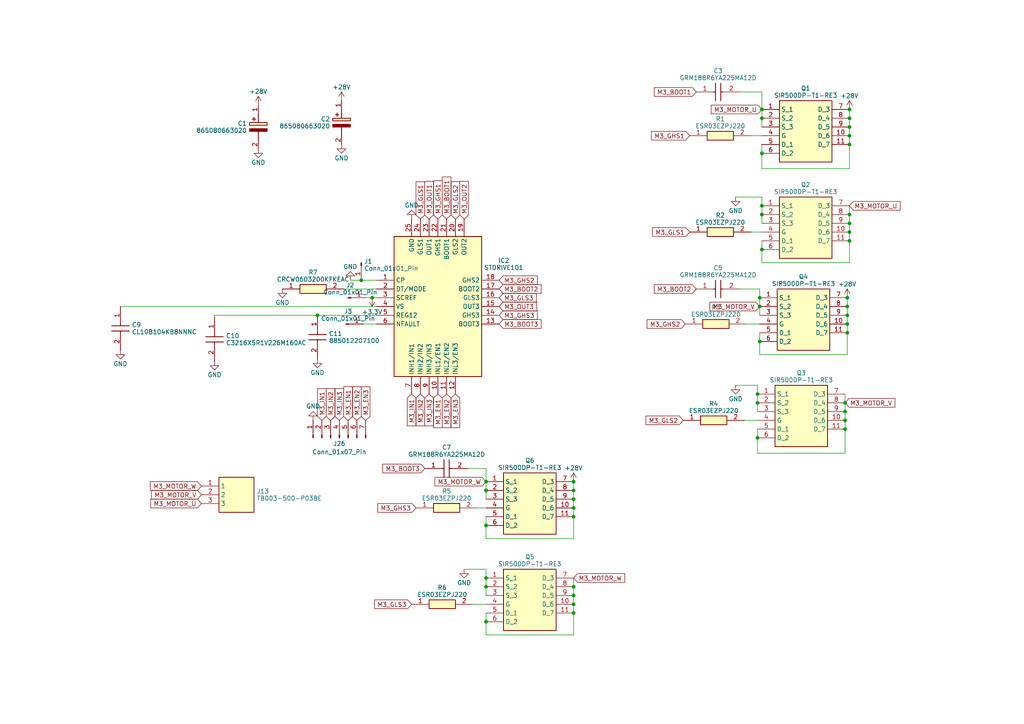
<source format=kicad_sch>
(kicad_sch (version 20230121) (generator eeschema)
  (paper "A4")
  (lib_symbols
    (symbol "865080663020:865080663020" (pin_names hide)
      (property "Reference" "C" (at 8.89 6.35 0))
      (property "Value" "865080663020" (at 8.89 3.81 0))
      (symbol "865080663020_1_1"
        (polyline (pts (xy 2.54 0) (xy 5.08 0)) (stroke (width 0.254)))
        (polyline (pts (xy 4.064 1.778) (xy 4.064 0.762)) (stroke (width 0.254)))
        (polyline (pts (xy 4.572 1.27) (xy 3.556 1.27)) (stroke (width 0.254)))
        (polyline (pts (xy 7.62 0) (xy 10.16 0)) (stroke (width 0.254)))
        (polyline (pts (xy 7.62 2.54) (xy 7.62 -2.54) (xy 6.858 -2.54) (xy 6.858 2.54) (xy 7.62 2.54)) (stroke (width 0.254)) (fill (type outline)))
        (rectangle (start 5.08 2.54) (end 5.842 -2.54) (stroke (width 0.254)) (fill (type background)))
        (pin passive line (at 0 0 0) (length 2.54) (name "+") (number "1"))
        (pin passive line (at 12.7 0 180) (length 2.54) (name "-") (number "2"))
      )
    )
    (symbol "885012207100:885012207100" (pin_names hide)
      (property "Reference" "C" (at 8.89 6.35 0))
      (property "Value" "885012207100" (at 8.89 3.81 0))
      (symbol "885012207100_1_1"
        (polyline (pts (xy 5.08 0) (xy 5.588 0)) (stroke (width 0.254)))
        (polyline (pts (xy 5.588 2.54) (xy 5.588 -2.54)) (stroke (width 0.254)))
        (polyline (pts (xy 7.112 0) (xy 7.62 0)) (stroke (width 0.254)))
        (polyline (pts (xy 7.112 2.54) (xy 7.112 -2.54)) (stroke (width 0.254)))
        (pin passive line (at 0 0 0) (length 5.08) (name "1") (number "1"))
        (pin passive line (at 12.7 0 180) (length 5.08) (name "2") (number "2"))
      )
    )
    (symbol "C3216X5R1V226M160AC:C3216X5R1V226M160AC" (pin_names hide)
      (property "Reference" "C" (at 8.89 6.35 0))
      (property "Value" "C3216X5R1V226M160AC" (at 8.89 3.81 0))
      (symbol "C3216X5R1V226M160AC_1_1"
        (polyline (pts (xy 5.08 0) (xy 5.588 0)) (stroke (width 0.254)))
        (polyline (pts (xy 5.588 2.54) (xy 5.588 -2.54)) (stroke (width 0.254)))
        (polyline (pts (xy 7.112 0) (xy 7.62 0)) (stroke (width 0.254)))
        (polyline (pts (xy 7.112 2.54) (xy 7.112 -2.54)) (stroke (width 0.254)))
        (pin passive line (at 0 0 0) (length 5.08) (name "1") (number "1"))
        (pin passive line (at 12.7 0 180) (length 5.08) (name "2") (number "2"))
      )
    )
    (symbol "CL10B104KB8NNNC:CL10B104KB8NNNC" (pin_names hide)
      (property "Reference" "C" (at 8.89 6.35 0))
      (property "Value" "CL10B104KB8NNNC" (at 8.89 3.81 0))
      (symbol "CL10B104KB8NNNC_1_1"
        (polyline (pts (xy 5.08 0) (xy 5.588 0)) (stroke (width 0.254)))
        (polyline (pts (xy 5.588 2.54) (xy 5.588 -2.54)) (stroke (width 0.254)))
        (polyline (pts (xy 7.112 0) (xy 7.62 0)) (stroke (width 0.254)))
        (polyline (pts (xy 7.112 2.54) (xy 7.112 -2.54)) (stroke (width 0.254)))
        (pin passive line (at 0 0 0) (length 5.08) (name "1") (number "1"))
        (pin passive line (at 12.7 0 180) (length 5.08) (name "2") (number "2"))
      )
    )
    (symbol "CRCW0603200KFKEAC:CRCW0603200KFKEAC" (pin_names hide)
      (property "Reference" "R" (at 13.97 6.35 0))
      (property "Value" "CRCW0603200KFKEAC" (at 13.97 3.81 0))
      (symbol "CRCW0603200KFKEAC_1_1"
        (rectangle (start 5.08 1.27) (end 12.7 -1.27) (stroke (width 0.254)) (fill (type background)))
        (pin passive line (at 0 0 0) (length 5.08) (name "1") (number "1"))
        (pin passive line (at 17.78 0 180) (length 5.08) (name "2") (number "2"))
      )
    )
    (symbol "Connector:Conn_01x01_Pin" (pin_names (offset 1.016) hide)
      (property "Reference" "J" (at 0 2.54 0))
      (property "Value" "Conn_01x01_Pin" (at 0 -2.54 0))
      (symbol "Conn_01x01_Pin_1_1"
        (polyline (pts (xy 1.27 0) (xy 0.8636 0)) (stroke (width 0.1524)))
        (rectangle (start 0.8636 0.127) (end 0 -0.127) (stroke (width 0.1524)) (fill (type outline)))
        (pin passive line (at 5.08 0 180) (length 3.81) (name "Pin_1") (number "1"))
      )
    )
    (symbol "Connector:Conn_01x07_Pin" (pin_names (offset 1.016) hide)
      (property "Reference" "J" (at 0 10.16 0))
      (property "Value" "Conn_01x07_Pin" (at 0 -10.16 0))
      (symbol "Conn_01x07_Pin_1_1"
        (polyline (pts (xy 1.27 -7.62) (xy 0.8636 -7.62)) (stroke (width 0.1524)))
        (polyline (pts (xy 1.27 -5.08) (xy 0.8636 -5.08)) (stroke (width 0.1524)))
        (polyline (pts (xy 1.27 -2.54) (xy 0.8636 -2.54)) (stroke (width 0.1524)))
        (polyline (pts (xy 1.27 0) (xy 0.8636 0)) (stroke (width 0.1524)))
        (polyline (pts (xy 1.27 2.54) (xy 0.8636 2.54)) (stroke (width 0.1524)))
        (polyline (pts (xy 1.27 5.08) (xy 0.8636 5.08)) (stroke (width 0.1524)))
        (polyline (pts (xy 1.27 7.62) (xy 0.8636 7.62)) (stroke (width 0.1524)))
        (rectangle (start 0.8636 -7.493) (end 0 -7.747) (stroke (width 0.1524)) (fill (type outline)))
        (rectangle (start 0.8636 -4.953) (end 0 -5.207) (stroke (width 0.1524)) (fill (type outline)))
        (rectangle (start 0.8636 -2.413) (end 0 -2.667) (stroke (width 0.1524)) (fill (type outline)))
        (rectangle (start 0.8636 0.127) (end 0 -0.127) (stroke (width 0.1524)) (fill (type outline)))
        (rectangle (start 0.8636 2.667) (end 0 2.413) (stroke (width 0.1524)) (fill (type outline)))
        (rectangle (start 0.8636 5.207) (end 0 4.953) (stroke (width 0.1524)) (fill (type outline)))
        (rectangle (start 0.8636 7.747) (end 0 7.493) (stroke (width 0.1524)) (fill (type outline)))
        (pin passive line (at 5.08 7.62 180) (length 3.81) (name "Pin_1") (number "1"))
        (pin passive line (at 5.08 5.08 180) (length 3.81) (name "Pin_2") (number "2"))
        (pin passive line (at 5.08 2.54 180) (length 3.81) (name "Pin_3") (number "3"))
        (pin passive line (at 5.08 0 180) (length 3.81) (name "Pin_4") (number "4"))
        (pin passive line (at 5.08 -2.54 180) (length 3.81) (name "Pin_5") (number "5"))
        (pin passive line (at 5.08 -5.08 180) (length 3.81) (name "Pin_6") (number "6"))
        (pin passive line (at 5.08 -7.62 180) (length 3.81) (name "Pin_7") (number "7"))
      )
    )
    (symbol "ESR03EZPJ220:ESR03EZPJ220" (pin_names hide)
      (property "Reference" "R" (at 13.97 6.35 0))
      (property "Value" "ESR03EZPJ220" (at 13.97 3.81 0))
      (symbol "ESR03EZPJ220_1_1"
        (rectangle (start 5.08 1.27) (end 12.7 -1.27) (stroke (width 0.254)) (fill (type background)))
        (pin passive line (at 0 0 0) (length 5.08) (name "1") (number "1"))
        (pin passive line (at 17.78 0 180) (length 5.08) (name "2") (number "2"))
      )
    )
    (symbol "GRM188R6YA225MA12D:GRM188R6YA225MA12D" (pin_names hide)
      (property "Reference" "C" (at 8.89 6.35 0))
      (property "Value" "GRM188R6YA225MA12D" (at 8.89 3.81 0))
      (symbol "GRM188R6YA225MA12D_1_1"
        (polyline (pts (xy 5.08 0) (xy 5.588 0)) (stroke (width 0.254)))
        (polyline (pts (xy 5.588 2.54) (xy 5.588 -2.54)) (stroke (width 0.254)))
        (polyline (pts (xy 7.112 0) (xy 7.62 0)) (stroke (width 0.254)))
        (polyline (pts (xy 7.112 2.54) (xy 7.112 -2.54)) (stroke (width 0.254)))
        (pin passive line (at 0 0 0) (length 5.08) (name "1") (number "1"))
        (pin passive line (at 12.7 0 180) (length 5.08) (name "2") (number "2"))
      )
    )
    (symbol "SIR500DP-T1-RE3:SIR500DP-T1-RE3"
      (property "Reference" "Q" (at 21.59 7.62 0))
      (property "Value" "SIR500DP-T1-RE3" (at 21.59 5.08 0))
      (symbol "SIR500DP-T1-RE3_1_1"
        (rectangle (start 5.08 2.54) (end 20.32 -15.24) (stroke (width 0.254)) (fill (type background)))
        (pin passive line (at 0 0 0) (length 5.08) (name "S_1") (number "1"))
        (pin passive line (at 25.4 -7.62 180) (length 5.08) (name "D_6") (number "10"))
        (pin passive line (at 25.4 -10.16 180) (length 5.08) (name "D_7") (number "11"))
        (pin passive line (at 0 -2.54 0) (length 5.08) (name "S_2") (number "2"))
        (pin passive line (at 0 -5.08 0) (length 5.08) (name "S_3") (number "3"))
        (pin passive line (at 0 -7.62 0) (length 5.08) (name "G") (number "4"))
        (pin passive line (at 0 -10.16 0) (length 5.08) (name "D_1") (number "5"))
        (pin passive line (at 0 -12.7 0) (length 5.08) (name "D_2") (number "6"))
        (pin passive line (at 25.4 0 180) (length 5.08) (name "D_3") (number "7"))
        (pin passive line (at 25.4 -2.54 180) (length 5.08) (name "D_4") (number "8"))
        (pin passive line (at 25.4 -5.08 180) (length 5.08) (name "D_5") (number "9"))
      )
    )
    (symbol "STDRIVE101:STDRIVE101"
      (property "Reference" "IC" (at 31.75 17.78 0))
      (property "Value" "STDRIVE101" (at 31.75 15.24 0))
      (symbol "STDRIVE101_1_1"
        (rectangle (start 5.08 12.7) (end 30.48 -27.94) (stroke (width 0.254)) (fill (type background)))
        (pin passive line (at 0 0 0) (length 5.08) (name "CP") (number "1"))
        (pin passive line (at 17.78 -33.02 90) (length 5.08) (name "INL1/EN1") (number "10"))
        (pin passive line (at 20.32 -33.02 90) (length 5.08) (name "INL2/EN2") (number "11"))
        (pin passive line (at 22.86 -33.02 90) (length 5.08) (name "INL3/EN3") (number "12"))
        (pin passive line (at 35.56 -12.7 180) (length 5.08) (name "BOOT3") (number "13"))
        (pin passive line (at 35.56 -10.16 180) (length 5.08) (name "GHS3") (number "14"))
        (pin passive line (at 35.56 -7.62 180) (length 5.08) (name "OUT3") (number "15"))
        (pin passive line (at 35.56 -5.08 180) (length 5.08) (name "GLS3") (number "16"))
        (pin passive line (at 35.56 -2.54 180) (length 5.08) (name "BOOT2") (number "17"))
        (pin passive line (at 35.56 0 180) (length 5.08) (name "GHS2") (number "18"))
        (pin passive line (at 25.4 17.78 270) (length 5.08) (name "OUT2") (number "19"))
        (pin passive line (at 0 -2.54 0) (length 5.08) (name "DT/MODE") (number "2"))
        (pin passive line (at 22.86 17.78 270) (length 5.08) (name "GLS2") (number "20"))
        (pin passive line (at 20.32 17.78 270) (length 5.08) (name "BOOT1") (number "21"))
        (pin passive line (at 17.78 17.78 270) (length 5.08) (name "GHS1") (number "22"))
        (pin passive line (at 15.24 17.78 270) (length 5.08) (name "OUT1") (number "23"))
        (pin passive line (at 12.7 17.78 270) (length 5.08) (name "GLS1") (number "24"))
        (pin passive line (at 10.16 17.78 270) (length 5.08) (name "GND") (number "25"))
        (pin passive line (at 0 -5.08 0) (length 5.08) (name "SCREF") (number "3"))
        (pin passive line (at 0 -7.62 0) (length 5.08) (name "VS") (number "4"))
        (pin passive line (at 0 -10.16 0) (length 5.08) (name "REG12") (number "5"))
        (pin passive line (at 0 -12.7 0) (length 5.08) (name "NFAULT") (number "6"))
        (pin passive line (at 10.16 -33.02 90) (length 5.08) (name "INH1/IN1") (number "7"))
        (pin passive line (at 12.7 -33.02 90) (length 5.08) (name "INH2/IN2") (number "8"))
        (pin passive line (at 15.24 -33.02 90) (length 5.08) (name "INH3/IN3") (number "9"))
      )
    )
    (symbol "TB003-500-P03BE:TB003-500-P03BE"
      (property "Reference" "J" (at 16.51 7.62 0))
      (property "Value" "TB003-500-P03BE" (at 16.51 5.08 0))
      (symbol "TB003-500-P03BE_1_1"
        (rectangle (start 5.08 2.54) (end 15.24 -7.62) (stroke (width 0.254)) (fill (type background)))
        (pin passive line (at 0 0 0) (length 5.08) (name "1") (number "1"))
        (pin passive line (at 0 -2.54 0) (length 5.08) (name "2") (number "2"))
        (pin passive line (at 0 -5.08 0) (length 5.08) (name "3") (number "3"))
      )
    )
    (symbol "power:+28V" (power) (pin_names (offset 0))
      (property "Value" "+28V" (at 0 3.81 0))
      (symbol "+28V_0_1"
        (polyline (pts (xy -0.762 1.27) (xy 0 2.54)))
        (polyline (pts (xy 0 0) (xy 0 2.54)))
        (polyline (pts (xy 0 2.54) (xy 0.762 1.27)))
      )
      (symbol "+28V_1_1"
        (pin power_in line (at 0 0 90) (length 0) hide (name "+28V") (number "1"))
      )
    )
    (symbol "power:+3.3V" (power) (pin_names (offset 0))
      (property "Value" "+3.3V" (at 0 3.556 0))
      (symbol "+3.3V_0_1"
        (polyline (pts (xy -0.762 1.27) (xy 0 2.54)))
        (polyline (pts (xy 0 0) (xy 0 2.54)))
        (polyline (pts (xy 0 2.54) (xy 0.762 1.27)))
      )
      (symbol "+3.3V_1_1"
        (pin power_in line (at 0 0 90) (length 0) hide (name "+3.3V") (number "1"))
      )
    )
    (symbol "power:GND" (power) (pin_names (offset 0))
      (property "Value" "GND" (at 0 -3.81 0))
      (symbol "GND_0_1"
        (polyline (pts (xy 0 0) (xy 0 -1.27) (xy 1.27 -1.27) (xy 0 -2.54) (xy -1.27 -1.27) (xy 0 -1.27)))
      )
      (symbol "GND_1_1"
        (pin power_in line (at 0 0 270) (length 0) hide (name "GND") (number "1"))
      )
    )
  )
  (junction (at 245.745 93.98))
  (junction (at 140.97 142.24))
  (junction (at 220.98 72.39))
  (junction (at 166.37 142.24))
  (junction (at 246.38 41.91))
  (junction (at 219.71 116.84))
  (junction (at 220.98 59.69))
  (junction (at 246.38 62.23))
  (junction (at 166.37 149.86))
  (junction (at 246.38 31.75))
  (junction (at 140.97 139.7))
  (junction (at 246.38 36.83))
  (junction (at 140.97 180.34))
  (junction (at 219.71 114.3))
  (junction (at 166.37 172.72))
  (junction (at 220.345 99.06))
  (junction (at 220.98 34.29))
  (junction (at 246.38 34.29))
  (junction (at 220.345 88.9))
  (junction (at 166.37 170.18))
  (junction (at 107.95 86.36))
  (junction (at 245.745 86.36))
  (junction (at 245.745 96.52))
  (junction (at 246.38 39.37))
  (junction (at 166.37 175.26))
  (junction (at 140.97 167.64))
  (junction (at 140.97 152.4))
  (junction (at 104.775 81.28))
  (junction (at 92.075 91.44))
  (junction (at 220.98 44.45))
  (junction (at 245.745 91.44))
  (junction (at 220.98 62.23))
  (junction (at 166.37 144.78))
  (junction (at 140.97 170.18))
  (junction (at 219.71 127))
  (junction (at 245.11 119.38))
  (junction (at 246.38 64.77))
  (junction (at 245.745 88.9))
  (junction (at 220.345 86.36))
  (junction (at 246.38 69.85))
  (junction (at 166.37 139.7))
  (junction (at 166.37 177.8))
  (junction (at 246.38 67.31))
  (junction (at 245.11 116.84))
  (junction (at 245.11 121.92))
  (junction (at 166.37 147.32))
  (junction (at 220.98 31.75))
  (junction (at 245.11 124.46))
  (wire (pts (xy 140.97 156.21) (xy 166.37 156.21)))
  (wire (pts (xy 140.97 177.8) (xy 140.97 180.34)))
  (wire (pts (xy 213.36 111.76) (xy 219.71 111.76)))
  (wire (pts (xy 246.38 62.23) (xy 246.38 59.69)))
  (wire (pts (xy 220.345 86.36) (xy 220.345 88.9)))
  (wire (pts (xy 34.925 88.9) (xy 109.22 88.9)))
  (wire (pts (xy 166.37 144.78) (xy 166.37 142.24)))
  (wire (pts (xy 140.97 167.64) (xy 140.97 170.18)))
  (wire (pts (xy 220.98 59.69) (xy 220.98 62.23)))
  (wire (pts (xy 134.62 165.1) (xy 140.97 165.1)))
  (wire (pts (xy 214.63 83.82) (xy 220.345 83.82)))
  (wire (pts (xy 245.11 124.46) (xy 245.11 121.92)))
  (wire (pts (xy 220.98 34.29) (xy 220.98 36.83)))
  (wire (pts (xy 220.345 99.06) (xy 220.345 102.87)))
  (wire (pts (xy 220.345 96.52) (xy 220.345 99.06)))
  (wire (pts (xy 246.38 48.895) (xy 246.38 41.91)))
  (wire (pts (xy 220.345 83.82) (xy 220.345 86.36)))
  (wire (pts (xy 245.11 116.84) (xy 245.11 114.3)))
  (wire (pts (xy 220.98 76.2) (xy 246.38 76.2)))
  (wire (pts (xy 246.38 64.77) (xy 246.38 62.23)))
  (wire (pts (xy 137.16 175.26) (xy 140.97 175.26)))
  (wire (pts (xy 246.38 69.85) (xy 246.38 67.31)))
  (wire (pts (xy 245.745 91.44) (xy 245.745 88.9)))
  (wire (pts (xy 140.97 139.7) (xy 140.97 142.24)))
  (wire (pts (xy 140.97 165.1) (xy 140.97 167.64)))
  (wire (pts (xy 245.11 131.445) (xy 245.11 124.46)))
  (wire (pts (xy 138.43 147.32) (xy 140.97 147.32)))
  (wire (pts (xy 107.95 86.36) (xy 109.22 86.36)))
  (wire (pts (xy 166.37 184.15) (xy 166.37 177.8)))
  (wire (pts (xy 106.045 86.36) (xy 107.95 86.36)))
  (wire (pts (xy 245.745 88.9) (xy 245.745 86.36)))
  (wire (pts (xy 246.38 36.83) (xy 246.38 34.29)))
  (wire (pts (xy 220.98 69.85) (xy 220.98 72.39)))
  (wire (pts (xy 219.71 124.46) (xy 219.71 127)))
  (wire (pts (xy 214.63 26.67) (xy 220.98 26.67)))
  (wire (pts (xy 140.97 142.24) (xy 140.97 144.78)))
  (wire (pts (xy 220.98 31.75) (xy 220.98 34.29)))
  (wire (pts (xy 135.89 135.89) (xy 140.97 135.89)))
  (wire (pts (xy 92.075 91.44) (xy 62.23 91.44)))
  (wire (pts (xy 219.71 131.445) (xy 245.11 131.445)))
  (wire (pts (xy 140.97 170.18) (xy 140.97 172.72)))
  (wire (pts (xy 245.745 96.52) (xy 245.745 93.98)))
  (wire (pts (xy 246.38 67.31) (xy 246.38 64.77)))
  (wire (pts (xy 246.38 41.91) (xy 246.38 39.37)))
  (wire (pts (xy 246.38 39.37) (xy 246.38 36.83)))
  (wire (pts (xy 245.745 102.87) (xy 245.745 96.52)))
  (wire (pts (xy 245.11 119.38) (xy 245.11 116.84)))
  (wire (pts (xy 220.98 57.15) (xy 220.98 59.69)))
  (wire (pts (xy 219.71 111.76) (xy 219.71 114.3)))
  (wire (pts (xy 101.6 81.28) (xy 104.775 81.28)))
  (wire (pts (xy 99.695 83.82) (xy 109.22 83.82)))
  (wire (pts (xy 219.71 116.84) (xy 219.71 119.38)))
  (wire (pts (xy 166.37 147.32) (xy 166.37 144.78)))
  (wire (pts (xy 220.98 48.895) (xy 246.38 48.895)))
  (wire (pts (xy 217.805 67.31) (xy 220.98 67.31)))
  (wire (pts (xy 245.11 121.92) (xy 245.11 119.38)))
  (wire (pts (xy 166.37 142.24) (xy 166.37 139.7)))
  (wire (pts (xy 245.745 93.98) (xy 245.745 91.44)))
  (wire (pts (xy 140.97 152.4) (xy 140.97 156.21)))
  (wire (pts (xy 246.38 76.2) (xy 246.38 69.85)))
  (wire (pts (xy 220.98 26.67) (xy 220.98 31.75)))
  (wire (pts (xy 166.37 175.26) (xy 166.37 172.72)))
  (wire (pts (xy 220.345 88.9) (xy 220.345 91.44)))
  (wire (pts (xy 62.23 91.44) (xy 62.23 92.075)))
  (wire (pts (xy 220.98 41.91) (xy 220.98 44.45)))
  (wire (pts (xy 220.98 44.45) (xy 220.98 48.895)))
  (wire (pts (xy 109.22 91.44) (xy 92.075 91.44)))
  (wire (pts (xy 217.805 39.37) (xy 220.98 39.37)))
  (wire (pts (xy 166.37 170.18) (xy 166.37 167.64)))
  (wire (pts (xy 166.37 172.72) (xy 166.37 170.18)))
  (wire (pts (xy 220.98 62.23) (xy 220.98 64.77)))
  (wire (pts (xy 105.41 93.98) (xy 109.22 93.98)))
  (wire (pts (xy 219.71 127) (xy 219.71 131.445)))
  (wire (pts (xy 215.9 121.92) (xy 219.71 121.92)))
  (wire (pts (xy 246.38 34.29) (xy 246.38 31.75)))
  (wire (pts (xy 140.97 149.86) (xy 140.97 152.4)))
  (wire (pts (xy 213.36 57.15) (xy 220.98 57.15)))
  (wire (pts (xy 220.345 102.87) (xy 245.745 102.87)))
  (wire (pts (xy 166.37 149.86) (xy 166.37 147.32)))
  (wire (pts (xy 219.71 114.3) (xy 219.71 116.84)))
  (wire (pts (xy 216.535 93.98) (xy 220.345 93.98)))
  (wire (pts (xy 166.37 156.21) (xy 166.37 149.86)))
  (wire (pts (xy 140.97 180.34) (xy 140.97 184.15)))
  (wire (pts (xy 104.775 81.28) (xy 109.22 81.28)))
  (wire (pts (xy 220.98 72.39) (xy 220.98 76.2)))
  (wire (pts (xy 166.37 177.8) (xy 166.37 175.26)))
  (wire (pts (xy 140.97 184.15) (xy 166.37 184.15)))
  (wire (pts (xy 140.97 135.89) (xy 140.97 139.7)))
  (global_label "M3_BOOT1" (shape input) (at 129.54 63.5 90) (property "Intersheetrefs" "${INTERSHEET_REFS}" (effects hide)))
  (global_label "M3_IN3" (shape input) (at 124.46 114.3 270) (property "Intersheetrefs" "${INTERSHEET_REFS}" (effects hide)))
  (global_label "M3_IN2" (shape input) (at 121.92 114.3 270) (property "Intersheetrefs" "${INTERSHEET_REFS}" (effects hide)))
  (global_label "M3_BOOT3" (shape input) (at 144.78 93.98 0) (property "Intersheetrefs" "${INTERSHEET_REFS}" (effects hide)))
  (global_label "M3_BOOT2" (shape input) (at 201.93 83.82 180) (property "Intersheetrefs" "${INTERSHEET_REFS}" (effects hide)))
  (global_label "M3_MOTOR_W" (shape input) (at 140.97 139.7 180) (property "Intersheetrefs" "${INTERSHEET_REFS}" (effects hide)))
  (global_label "M3_IN1" (shape input) (at 119.38 114.3 270) (property "Intersheetrefs" "${INTERSHEET_REFS}" (effects hide)))
  (global_label "M3_EN1" (shape input) (at 127 114.3 270) (property "Intersheetrefs" "${INTERSHEET_REFS}" (effects hide)))
  (global_label "M3_GHS3" (shape input) (at 144.78 91.44 0) (property "Intersheetrefs" "${INTERSHEET_REFS}" (effects hide)))
  (global_label "M3_GHS3" (shape input) (at 120.65 147.32 180) (property "Intersheetrefs" "${INTERSHEET_REFS}" (effects hide)))
  (global_label "M3_OUT1" (shape input) (at 124.46 63.5 90) (property "Intersheetrefs" "${INTERSHEET_REFS}" (effects hide)))
  (global_label "M3_GHS2" (shape input) (at 144.78 81.28 0) (property "Intersheetrefs" "${INTERSHEET_REFS}" (effects hide)))
  (global_label "M3_MOTOR_W" (shape input) (at 58.42 140.97 180) (property "Intersheetrefs" "${INTERSHEET_REFS}" (effects hide)))
  (global_label "M3_GLS3" (shape input) (at 144.78 86.36 0) (property "Intersheetrefs" "${INTERSHEET_REFS}" (effects hide)))
  (global_label "M3_MOTOR_W" (shape input) (at 166.37 167.64 0) (property "Intersheetrefs" "${INTERSHEET_REFS}" (effects hide)))
  (global_label "M3_EN1" (shape input) (at 100.965 121.92 90) (property "Intersheetrefs" "${INTERSHEET_REFS}" (effects hide)))
  (global_label "M3_MOTOR_V" (shape input) (at 58.42 143.51 180) (property "Intersheetrefs" "${INTERSHEET_REFS}" (effects hide)))
  (global_label "M3_GLS2" (shape input) (at 198.12 121.92 180) (property "Intersheetrefs" "${INTERSHEET_REFS}" (effects hide)))
  (global_label "M3_GLS1" (shape input) (at 121.92 63.5 90) (property "Intersheetrefs" "${INTERSHEET_REFS}" (effects hide)))
  (global_label "M3_EN2" (shape input) (at 103.505 121.92 90) (property "Intersheetrefs" "${INTERSHEET_REFS}" (effects hide)))
  (global_label "M3_BOOT3" (shape input) (at 123.19 135.89 180) (property "Intersheetrefs" "${INTERSHEET_REFS}" (effects hide)))
  (global_label "M3_MOTOR_U" (shape input) (at 58.42 146.05 180) (property "Intersheetrefs" "${INTERSHEET_REFS}" (effects hide)))
  (global_label "M3_IN2" (shape input) (at 95.885 121.92 90) (property "Intersheetrefs" "${INTERSHEET_REFS}" (effects hide)))
  (global_label "M3_MOTOR_V" (shape input) (at 245.11 116.84 0) (property "Intersheetrefs" "${INTERSHEET_REFS}" (effects hide)))
  (global_label "M3_EN3" (shape input) (at 106.045 121.92 90) (property "Intersheetrefs" "${INTERSHEET_REFS}" (effects hide)))
  (global_label "M3_MOTOR_U" (shape input) (at 220.98 31.75 180) (property "Intersheetrefs" "${INTERSHEET_REFS}" (effects hide)))
  (global_label "M3_EN3" (shape input) (at 132.08 114.3 270) (property "Intersheetrefs" "${INTERSHEET_REFS}" (effects hide)))
  (global_label "M3_MOTOR_V" (shape input) (at 220.345 88.9 180) (property "Intersheetrefs" "${INTERSHEET_REFS}" (effects hide)))
  (global_label "M3_GLS3" (shape input) (at 119.38 175.26 180) (property "Intersheetrefs" "${INTERSHEET_REFS}" (effects hide)))
  (global_label "M3_IN3" (shape input) (at 98.425 121.92 90) (property "Intersheetrefs" "${INTERSHEET_REFS}" (effects hide)))
  (global_label "M3_EN2" (shape input) (at 129.54 114.3 270) (property "Intersheetrefs" "${INTERSHEET_REFS}" (effects hide)))
  (global_label "M3_GLS2" (shape input) (at 132.08 63.5 90) (property "Intersheetrefs" "${INTERSHEET_REFS}" (effects hide)))
  (global_label "M3_GHS1" (shape input) (at 200.025 39.37 180) (property "Intersheetrefs" "${INTERSHEET_REFS}" (effects hide)))
  (global_label "M3_OUT2" (shape input) (at 134.62 63.5 90) (property "Intersheetrefs" "${INTERSHEET_REFS}" (effects hide)))
  (global_label "M3_GHS1" (shape input) (at 127 63.5 90) (property "Intersheetrefs" "${INTERSHEET_REFS}" (effects hide)))
  (global_label "M3_OUT3" (shape input) (at 144.78 88.9 0) (property "Intersheetrefs" "${INTERSHEET_REFS}" (effects hide)))
  (global_label "M3_MOTOR_U" (shape input) (at 246.38 59.69 0) (property "Intersheetrefs" "${INTERSHEET_REFS}" (effects hide)))
  (global_label "M3_GHS2" (shape input) (at 198.755 93.98 180) (property "Intersheetrefs" "${INTERSHEET_REFS}" (effects hide)))
  (global_label "M3_BOOT2" (shape input) (at 144.78 83.82 0) (property "Intersheetrefs" "${INTERSHEET_REFS}" (effects hide)))
  (global_label "M3_GLS1" (shape input) (at 200.025 67.31 180) (property "Intersheetrefs" "${INTERSHEET_REFS}" (effects hide)))
  (global_label "M3_IN1" (shape input) (at 93.345 121.92 90) (property "Intersheetrefs" "${INTERSHEET_REFS}" (effects hide)))
  (global_label "M3_BOOT1" (shape input) (at 201.93 26.67 180) (property "Intersheetrefs" "${INTERSHEET_REFS}" (effects hide)))
  (symbol (lib_id "power:GND") (at 99.06 41.91 0) (mirror y) (unit 1)
    (property "Reference" "#PWR04" (effects hide))
    (property "Value" "GND" (at 99.06 45.855 0))
    (instances (project "GoodBotControlBoard" (path "" (reference "#PWR04") (unit 1)) (path "" (reference "#PWR018") (unit 1)) (path "" (reference "#PWR034") (unit 1)) (path "" (reference "#PWR084") (unit 1))))
  )
  (symbol (lib_id "power:+28V") (at 245.745 86.36 0) (unit 1)
    (property "Reference" "#PWR049" (effects hide))
    (property "Value" "+28V" (at 245.745 82.415 0))
    (instances (project "GoodBotControlBoard" (path "" (reference "#PWR049") (unit 1)) (path "" (reference "#PWR025") (unit 1)) (path "" (reference "#PWR042") (unit 1)) (path "" (reference "#PWR091") (unit 1))))
  )
  (symbol (lib_id "STDRIVE101:STDRIVE101") (at 109.22 81.28 0) (unit 1)
    (property "Reference" "IC2" (at 146.1275 75.5663 0))
    (property "Value" "STDRIVE101" (at 146.1275 77.6143 0))
    (property "Footprint" "SamacSysLibrary:QFN50P400X400X100-25N-D" (effects hide))
    (property "Datasheet" "http://www.farnell.com/datasheets/3171272.pdf" (effects hide))
    (property "Height" "1" (effects hide))
    (property "Manufacturer_Name" "STMicroelectronics" (effects hide))
    (property "Manufacturer_Part_Number" "STDRIVE101" (effects hide))
    (property "Mouser Part Number" "511-STDRIVE101" (effects hide))
    (property "Mouser Price/Stock" "https://www.mouser.co.uk/ProductDetail/STMicroelectronics/STDRIVE101?qs=xZ%2FP%252Ba9zWqYdY88AYx%252Blxg%3D%3D" (effects hide))
    (property "Arrow Part Number" "STDRIVE101" (effects hide))
    (property "Arrow Price/Stock" "https://www.arrow.com/en/products/stdrive101/stmicroelectronics?region=nac" (effects hide))
    (instances (project "GoodBotControlBoard" (path "" (reference "IC2") (unit 1)) (path "" (reference "IC3") (unit 1)) (path "" (reference "IC4") (unit 1)) (path "" (reference "IC6") (unit 1))))
  )
  (symbol (lib_id "power:+28V") (at 99.06 29.21 0) (mirror y) (unit 1)
    (property "Reference" "#PWR03" (effects hide))
    (property "Value" "+28V" (at 99.06 25.265 0))
    (instances (project "GoodBotControlBoard" (path "" (reference "#PWR03") (unit 1)) (path "" (reference "#PWR017") (unit 1)) (path "" (reference "#PWR033") (unit 1)) (path "" (reference "#PWR083") (unit 1))))
  )
  (symbol (lib_id "GRM188R6YA225MA12D:GRM188R6YA225MA12D") (at 201.93 83.82 0) (unit 1)
    (property "Reference" "C5" (at 208.28 77.7 0))
    (property "Value" "GRM188R6YA225MA12D" (at 208.28 79.748 0))
    (property "Footprint" "SamacSysLibrary:CAPC1608X90N" (effects hide))
    (property "Datasheet" "http://componentsearchengine.com/Datasheets/1/GRM188R6YA225MA12D.pdf" (effects hide))
    (property "Height" "0.9" (effects hide))
    (property "Manufacturer_Name" "Murata Electronics" (effects hide))
    (property "Manufacturer_Part_Number" "GRM188R6YA225MA12D" (effects hide))
    (property "Mouser Part Number" "81-GRM188R6YA225MA2D" (effects hide))
    (property "Mouser Price/Stock" "https://www.mouser.co.uk/ProductDetail/Murata-Electronics/GRM188R6YA225MA12D?qs=eeBpzGFlv%252B%2FmnWIdXKs6Gw%3D%3D" (effects hide))
    (property "Arrow Part Number" "GRM188R6YA225MA12D" (effects hide))
    (property "Arrow Price/Stock" "https://www.arrow.com/en/products/grm188r6ya225ma12d/murata-manufacturing?region=nac" (effects hide))
    (instances (project "GoodBotControlBoard" (path "" (reference "C5") (unit 1)) (path "" (reference "C16") (unit 1)) (path "" (reference "C24") (unit 1)) (path "" (reference "C40") (unit 1))))
  )
  (symbol (lib_id "power:GND") (at 81.915 83.82 0) (unit 1)
    (property "Reference" "#PWR05" (effects hide))
    (property "Value" "GND" (at 81.915 87.765 0))
    (instances (project "GoodBotControlBoard" (path "" (reference "#PWR05") (unit 1)) (path "" (reference "#PWR015") (unit 1)) (path "" (reference "#PWR031") (unit 1)) (path "" (reference "#PWR080") (unit 1))))
  )
  (symbol (lib_id "power:GND") (at 101.6 81.28 180) (unit 1)
    (property "Reference" "#PWR010" (effects hide))
    (property "Value" "GND" (at 101.6 77.335 0))
    (instances (project "GoodBotControlBoard" (path "" (reference "#PWR010") (unit 1)) (path "" (reference "#PWR019") (unit 1)) (path "" (reference "#PWR035") (unit 1)) (path "" (reference "#PWR085") (unit 1))))
  )
  (symbol (lib_id "power:+28V") (at 166.37 139.7 0) (unit 1)
    (property "Reference" "#PWR057" (effects hide))
    (property "Value" "+28V" (at 166.37 135.755 0))
    (instances (project "GoodBotControlBoard" (path "" (reference "#PWR057") (unit 1)) (path "" (reference "#PWR022") (unit 1)) (path "" (reference "#PWR038") (unit 1)) (path "" (reference "#PWR088") (unit 1))))
  )
  (symbol (lib_id "SIR500DP-T1-RE3:SIR500DP-T1-RE3") (at 220.345 86.36 0) (unit 1)
    (property "Reference" "Q4" (at 233.045 80.24 0))
    (property "Value" "SIR500DP-T1-RE3" (at 233.045 82.288 0))
    (property "Footprint" "SamacSysLibrary:SIR500DPT1RE3" (effects hide))
    (property "Datasheet" "https://www.vishay.com/docs/66840/sir500dp.pdf" (effects hide))
    (property "Height" "1.17" (effects hide))
    (property "Manufacturer_Name" "Vishay" (effects hide))
    (property "Manufacturer_Part_Number" "SIR500DP-T1-RE3" (effects hide))
    (property "Mouser Part Number" "78-SIR500DP-T1-RE3" (effects hide))
    (property "Mouser Price/Stock" "https://www.mouser.co.uk/ProductDetail/Vishay-Siliconix/SIR500DP-T1-RE3?qs=CiayqK2gdcKgJcjAZin73w%3D%3D" (effects hide))
    (property "Arrow Part Number" "SIR500DP-T1-RE3" (effects hide))
    (property "Arrow Price/Stock" "https://www.arrow.com/en/products/sir500dp-t1-re3/vishay?region=nac" (effects hide))
    (instances (project "GoodBotControlBoard" (path "" (reference "Q4") (unit 1)) (path "" (reference "Q10") (unit 1)) (path "" (reference "Q16") (unit 1)) (path "" (reference "Q22") (unit 1))))
  )
  (symbol (lib_id "power:GND") (at 90.805 121.92 180) (unit 1)
    (property "Reference" "#PWR081" (effects hide))
    (property "Value" "GND" (at 90.805 117.7869 0))
  )
  (symbol (lib_id "ESR03EZPJ220:ESR03EZPJ220") (at 198.12 121.92 0) (unit 1)
    (property "Reference" "R4" (at 207.01 117.07 0))
    (property "Value" "ESR03EZPJ220" (at 207.01 119.118 0))
    (property "Footprint" "SamacSysLibrary:RESC1608X55N" (effects hide))
    (property "Datasheet" "https://componentsearchengine.com/Datasheets/2/ESR03EZPJ220.pdf" (effects hide))
    (property "Height" "0.55" (effects hide))
    (property "Manufacturer_Name" "ROHM Semiconductor" (effects hide))
    (property "Manufacturer_Part_Number" "ESR03EZPJ220" (effects hide))
    (property "Mouser Part Number" "755-ESR03EZPJ220" (effects hide))
    (property "Mouser Price/Stock" "https://www.mouser.co.uk/ProductDetail/ROHM-Semiconductor/ESR03EZPJ220?qs=DyUWGjl%252BcVu91Z0We5GZng%3D%3D" (effects hide))
    (property "Arrow Part Number" "ESR03EZPJ220" (effects hide))
    (property "Arrow Price/Stock" "https://www.arrow.com/en/products/esr03ezpj220/rohm-semiconductor" (effects hide))
    (instances (project "GoodBotControlBoard" (path "" (reference "R4") (unit 1)) (path "" (reference "R11") (unit 1)) (path "" (reference "R18") (unit 1)) (path "" (reference "R29") (unit 1))))
  )
  (symbol (lib_id "power:GND") (at 134.62 165.1 0) (unit 1)
    (property "Reference" "#PWR061" (effects hide))
    (property "Value" "GND" (at 134.62 169.045 0))
    (instances (project "GoodBotControlBoard" (path "" (reference "#PWR061") (unit 1)) (path "" (reference "#PWR021") (unit 1)) (path "" (reference "#PWR037") (unit 1)) (path "" (reference "#PWR087") (unit 1))))
  )
  (symbol (lib_id "power:GND") (at 213.36 111.76 0) (unit 1)
    (property "Reference" "#PWR053" (effects hide))
    (property "Value" "GND" (at 213.36 115.705 0))
    (instances (project "GoodBotControlBoard" (path "" (reference "#PWR053") (unit 1)) (path "" (reference "#PWR024") (unit 1)) (path "" (reference "#PWR040") (unit 1)) (path "" (reference "#PWR090") (unit 1))))
  )
  (symbol (lib_id "865080663020:865080663020") (at 74.93 30.48 90) (mirror x) (unit 1)
    (property "Reference" "C1" (at 71.628 35.806 90) (effects (justify left)))
    (property "Value" "865080663020" (at 71.628 37.854 90) (effects (justify left)))
    (property "Footprint" "SamacSysLibrary:CAPAE1600X1700N" (effects hide))
    (property "Datasheet" "https://katalog.we-online.de/pbs/datasheet/865080663020.pdf" (effects hide))
    (property "Height" "17" (effects hide))
    (property "Manufacturer_Name" "Wurth Elektronik" (effects hide))
    (property "Manufacturer_Part_Number" "865080663020" (effects hide))
    (property "Mouser Part Number" "710-865080663020" (effects hide))
    (property "Mouser Price/Stock" "https://www.mouser.co.uk/ProductDetail/Wurth-Elektronik/865080663020?qs=0KOYDY2FL28a%252B9ciq6BiMA%3D%3D" (effects hide))
    (instances (project "GoodBotControlBoard" (path "" (reference "C1") (unit 1)) (path "" (reference "C8") (unit 1)) (path "" (reference "C19") (unit 1)) (path "" (reference "C35") (unit 1))))
  )
  (symbol (lib_id "GRM188R6YA225MA12D:GRM188R6YA225MA12D") (at 201.93 26.67 0) (unit 1)
    (property "Reference" "C3" (at 208.28 20.55 0))
    (property "Value" "GRM188R6YA225MA12D" (at 208.28 22.598 0))
    (property "Footprint" "SamacSysLibrary:CAPC1608X90N" (effects hide))
    (property "Datasheet" "http://componentsearchengine.com/Datasheets/1/GRM188R6YA225MA12D.pdf" (effects hide))
    (property "Height" "0.9" (effects hide))
    (property "Manufacturer_Name" "Murata Electronics" (effects hide))
    (property "Manufacturer_Part_Number" "GRM188R6YA225MA12D" (effects hide))
    (property "Mouser Part Number" "81-GRM188R6YA225MA2D" (effects hide))
    (property "Mouser Price/Stock" "https://www.mouser.co.uk/ProductDetail/Murata-Electronics/GRM188R6YA225MA12D?qs=eeBpzGFlv%252B%2FmnWIdXKs6Gw%3D%3D" (effects hide))
    (property "Arrow Part Number" "GRM188R6YA225MA12D" (effects hide))
    (property "Arrow Price/Stock" "https://www.arrow.com/en/products/grm188r6ya225ma12d/murata-manufacturing?region=nac" (effects hide))
    (instances (project "GoodBotControlBoard" (path "" (reference "C3") (unit 1)) (path "" (reference "C15") (unit 1)) (path "" (reference "C23") (unit 1)) (path "" (reference "C39") (unit 1))))
  )
  (symbol (lib_id "power:GND") (at 119.38 63.5 180) (unit 1)
    (property "Reference" "#PWR09" (effects hide))
    (property "Value" "GND" (at 119.38 59.555 0))
    (instances (project "GoodBotControlBoard" (path "" (reference "#PWR09") (unit 1)) (path "" (reference "#PWR020") (unit 1)) (path "" (reference "#PWR036") (unit 1)) (path "" (reference "#PWR086") (unit 1))))
  )
  (symbol (lib_id "power:GND") (at 74.93 43.18 0) (mirror y) (unit 1)
    (property "Reference" "#PWR02" (effects hide))
    (property "Value" "GND" (at 74.93 47.125 0))
    (instances (project "GoodBotControlBoard" (path "" (reference "#PWR02") (unit 1)) (path "" (reference "#PWR014") (unit 1)) (path "" (reference "#PWR030") (unit 1)) (path "" (reference "#PWR079") (unit 1))))
  )
  (symbol (lib_id "power:GND") (at 34.925 101.6 0) (unit 1)
    (property "Reference" "#PWR06" (effects hide))
    (property "Value" "GND" (at 34.925 105.545 0))
    (instances (project "GoodBotControlBoard" (path "" (reference "#PWR06") (unit 1)) (path "" (reference "#PWR011") (unit 1)) (path "" (reference "#PWR027") (unit 1)) (path "" (reference "#PWR076") (unit 1))))
  )
  (symbol (lib_id "power:+28V") (at 74.93 30.48 0) (mirror y) (unit 1)
    (property "Reference" "#PWR01" (effects hide))
    (property "Value" "+28V" (at 74.93 26.535 0))
    (instances (project "GoodBotControlBoard" (path "" (reference "#PWR01") (unit 1)) (path "" (reference "#PWR013") (unit 1)) (path "" (reference "#PWR029") (unit 1)) (path "" (reference "#PWR078") (unit 1))))
  )
  (symbol (lib_id "CL10B104KB8NNNC:CL10B104KB8NNNC") (at 34.925 88.9 270) (unit 1)
    (property "Reference" "C9" (at 38.227 94.226 90) (effects (justify left)))
    (property "Value" "CL10B104KB8NNNC" (at 38.227 96.274 90) (effects (justify left)))
    (property "Footprint" "SamacSysLibrary:CAPC1608X90N" (effects hide))
    (property "Datasheet" "https://datasheet.datasheetarchive.com/originals/distributors/Datasheets-DGA10/2408969.pdf" (effects hide))
    (property "Height" "0.9" (effects hide))
    (property "Manufacturer_Name" "SAMSUNG" (effects hide))
    (property "Manufacturer_Part_Number" "CL10B104KB8NNNC" (effects hide))
    (property "Mouser Part Number" "187-CL10B104KB8NNNC" (effects hide))
    (property "Mouser Price/Stock" "https://www.mouser.co.uk/ProductDetail/Samsung-Electro-Mechanics/CL10B104KB8NNNC?qs=349EhDEZ59rvGc2rLwVOdA%3D%3D" (effects hide))
    (property "Arrow Part Number" "CL10B104KB8NNNC" (effects hide))
    (property "Arrow Price/Stock" "https://www.arrow.com/en/products/cl10b104kb8nnnc/samsung-electro-mechanics?region=nac" (effects hide))
    (instances (project "GoodBotControlBoard" (path "" (reference "C9") (unit 1)) (path "" (reference "C4") (unit 1)) (path "" (reference "C17") (unit 1)) (path "" (reference "C33") (unit 1))))
  )
  (symbol (lib_id "ESR03EZPJ220:ESR03EZPJ220") (at 119.38 175.26 0) (unit 1)
    (property "Reference" "R6" (at 128.27 170.41 0))
    (property "Value" "ESR03EZPJ220" (at 128.27 172.458 0))
    (property "Footprint" "SamacSysLibrary:RESC1608X55N" (effects hide))
    (property "Datasheet" "https://componentsearchengine.com/Datasheets/2/ESR03EZPJ220.pdf" (effects hide))
    (property "Height" "0.55" (effects hide))
    (property "Manufacturer_Name" "ROHM Semiconductor" (effects hide))
    (property "Manufacturer_Part_Number" "ESR03EZPJ220" (effects hide))
    (property "Mouser Part Number" "755-ESR03EZPJ220" (effects hide))
    (property "Mouser Price/Stock" "https://www.mouser.co.uk/ProductDetail/ROHM-Semiconductor/ESR03EZPJ220?qs=DyUWGjl%252BcVu91Z0We5GZng%3D%3D" (effects hide))
    (property "Arrow Part Number" "ESR03EZPJ220" (effects hide))
    (property "Arrow Price/Stock" "https://www.arrow.com/en/products/esr03ezpj220/rohm-semiconductor" (effects hide))
    (instances (project "GoodBotControlBoard" (path "" (reference "R6") (unit 1)) (path "" (reference "R9") (unit 1)) (path "" (reference "R16") (unit 1)) (path "" (reference "R27") (unit 1))))
  )
  (symbol (lib_id "SIR500DP-T1-RE3:SIR500DP-T1-RE3") (at 219.71 114.3 0) (unit 1)
    (property "Reference" "Q3" (at 232.41 108.18 0))
    (property "Value" "SIR500DP-T1-RE3" (at 232.41 110.228 0))
    (property "Footprint" "SamacSysLibrary:SIR500DPT1RE3" (effects hide))
    (property "Datasheet" "https://www.vishay.com/docs/66840/sir500dp.pdf" (effects hide))
    (property "Height" "1.17" (effects hide))
    (property "Manufacturer_Name" "Vishay" (effects hide))
    (property "Manufacturer_Part_Number" "SIR500DP-T1-RE3" (effects hide))
    (property "Mouser Part Number" "78-SIR500DP-T1-RE3" (effects hide))
    (property "Mouser Price/Stock" "https://www.mouser.co.uk/ProductDetail/Vishay-Siliconix/SIR500DP-T1-RE3?qs=CiayqK2gdcKgJcjAZin73w%3D%3D" (effects hide))
    (property "Arrow Part Number" "SIR500DP-T1-RE3" (effects hide))
    (property "Arrow Price/Stock" "https://www.arrow.com/en/products/sir500dp-t1-re3/vishay?region=nac" (effects hide))
    (instances (project "GoodBotControlBoard" (path "" (reference "Q3") (unit 1)) (path "" (reference "Q9") (unit 1)) (path "" (reference "Q15") (unit 1)) (path "" (reference "Q21") (unit 1))))
  )
  (symbol (lib_id "power:GND") (at 92.075 104.14 0) (unit 1)
    (property "Reference" "#PWR08" (effects hide))
    (property "Value" "GND" (at 92.075 108.085 0))
    (instances (project "GoodBotControlBoard" (path "" (reference "#PWR08") (unit 1)) (path "" (reference "#PWR016") (unit 1)) (path "" (reference "#PWR032") (unit 1)) (path "" (reference "#PWR082") (unit 1))))
  )
  (symbol (lib_id "Connector:Conn_01x01_Pin") (at 104.775 76.2 270) (unit 1)
    (property "Reference" "J1" (at 105.6132 75.811 90) (effects (justify left)))
    (property "Value" "Conn_01x01_Pin" (at 105.6132 77.859 90) (effects (justify left)))
    (property "Footprint" "Connector_PinHeader_2.54mm:PinHeader_1x01_P2.54mm_Vertical" (effects hide))
    (instances (project "GoodBotControlBoard" (path "" (reference "J1") (unit 1)) (path "" (reference "J7") (unit 1)) (path "" (reference "J11") (unit 1)) (path "" (reference "J29") (unit 1))))
  )
  (symbol (lib_id "SIR500DP-T1-RE3:SIR500DP-T1-RE3") (at 220.98 31.75 0) (unit 1)
    (property "Reference" "Q1" (at 233.68 25.63 0))
    (property "Value" "SIR500DP-T1-RE3" (at 233.68 27.678 0))
    (property "Footprint" "SamacSysLibrary:SIR500DPT1RE3" (effects hide))
    (property "Datasheet" "https://www.vishay.com/docs/66840/sir500dp.pdf" (effects hide))
    (property "Height" "1.17" (effects hide))
    (property "Manufacturer_Name" "Vishay" (effects hide))
    (property "Manufacturer_Part_Number" "SIR500DP-T1-RE3" (effects hide))
    (property "Mouser Part Number" "78-SIR500DP-T1-RE3" (effects hide))
    (property "Mouser Price/Stock" "https://www.mouser.co.uk/ProductDetail/Vishay-Siliconix/SIR500DP-T1-RE3?qs=CiayqK2gdcKgJcjAZin73w%3D%3D" (effects hide))
    (property "Arrow Part Number" "SIR500DP-T1-RE3" (effects hide))
    (property "Arrow Price/Stock" "https://www.arrow.com/en/products/sir500dp-t1-re3/vishay?region=nac" (effects hide))
    (instances (project "GoodBotControlBoard" (path "" (reference "Q1") (unit 1)) (path "" (reference "Q11") (unit 1)) (path "" (reference "Q17") (unit 1)) (path "" (reference "Q23") (unit 1))))
  )
  (symbol (lib_id "ESR03EZPJ220:ESR03EZPJ220") (at 120.65 147.32 0) (unit 1)
    (property "Reference" "R5" (at 129.54 142.47 0))
    (property "Value" "ESR03EZPJ220" (at 129.54 144.518 0))
    (property "Footprint" "SamacSysLibrary:RESC1608X55N" (effects hide))
    (property "Datasheet" "https://componentsearchengine.com/Datasheets/2/ESR03EZPJ220.pdf" (effects hide))
    (property "Height" "0.55" (effects hide))
    (property "Manufacturer_Name" "ROHM Semiconductor" (effects hide))
    (property "Manufacturer_Part_Number" "ESR03EZPJ220" (effects hide))
    (property "Mouser Part Number" "755-ESR03EZPJ220" (effects hide))
    (property "Mouser Price/Stock" "https://www.mouser.co.uk/ProductDetail/ROHM-Semiconductor/ESR03EZPJ220?qs=DyUWGjl%252BcVu91Z0We5GZng%3D%3D" (effects hide))
    (property "Arrow Part Number" "ESR03EZPJ220" (effects hide))
    (property "Arrow Price/Stock" "https://www.arrow.com/en/products/esr03ezpj220/rohm-semiconductor" (effects hide))
    (instances (project "GoodBotControlBoard" (path "" (reference "R5") (unit 1)) (path "" (reference "R10") (unit 1)) (path "" (reference "R17") (unit 1)) (path "" (reference "R28") (unit 1))))
  )
  (symbol (lib_id "C3216X5R1V226M160AC:C3216X5R1V226M160AC") (at 62.23 92.075 270) (unit 1)
    (property "Reference" "C10" (at 65.532 97.401 90) (effects (justify left)))
    (property "Value" "C3216X5R1V226M160AC" (at 65.532 99.449 90) (effects (justify left)))
    (property "Footprint" "SamacSysLibrary:CAPC3216X180N" (effects hide))
    (property "Datasheet" "https://product.tdk.com/info/en/catalog/datasheets/mlcc_commercial_midvoltage_en.pdf" (effects hide))
    (property "Height" "1.8" (effects hide))
    (property "Manufacturer_Name" "TDK" (effects hide))
    (property "Manufacturer_Part_Number" "C3216X5R1V226M160AC" (effects hide))
    (property "Mouser Part Number" "810-C3216X5R1V226M" (effects hide))
    (property "Mouser Price/Stock" "https://www.mouser.co.uk/ProductDetail/TDK/C3216X5R1V226M160AC?qs=NRhsANhppD8TwN31eZ1xGQ%3D%3D" (effects hide))
    (property "Arrow Part Number" "C3216X5R1V226M160AC" (effects hide))
    (property "Arrow Price/Stock" "https://www.arrow.com/en/products/c3216x5r1v226m160ac/tdk?region=nac" (effects hide))
    (instances (project "GoodBotControlBoard" (path "" (reference "C10") (unit 1)) (path "" (reference "C6") (unit 1)) (path "" (reference "C18") (unit 1)) (path "" (reference "C34") (unit 1))))
  )
  (symbol (lib_id "865080663020:865080663020") (at 99.06 29.21 90) (mirror x) (unit 1)
    (property "Reference" "C2" (at 95.758 34.536 90) (effects (justify left)))
    (property "Value" "865080663020" (at 95.758 36.584 90) (effects (justify left)))
    (property "Footprint" "SamacSysLibrary:CAPAE1600X1700N" (effects hide))
    (property "Datasheet" "https://katalog.we-online.de/pbs/datasheet/865080663020.pdf" (effects hide))
    (property "Height" "17" (effects hide))
    (property "Manufacturer_Name" "Wurth Elektronik" (effects hide))
    (property "Manufacturer_Part_Number" "865080663020" (effects hide))
    (property "Mouser Part Number" "710-865080663020" (effects hide))
    (property "Mouser Price/Stock" "https://www.mouser.co.uk/ProductDetail/Wurth-Elektronik/865080663020?qs=0KOYDY2FL28a%252B9ciq6BiMA%3D%3D" (effects hide))
    (instances (project "GoodBotControlBoard" (path "" (reference "C2") (unit 1)) (path "" (reference "C13") (unit 1)) (path "" (reference "C21") (unit 1)) (path "" (reference "C37") (unit 1))))
  )
  (symbol (lib_id "GRM188R6YA225MA12D:GRM188R6YA225MA12D") (at 123.19 135.89 0) (unit 1)
    (property "Reference" "C7" (at 129.54 129.77 0))
    (property "Value" "GRM188R6YA225MA12D" (at 129.54 131.818 0))
    (property "Footprint" "SamacSysLibrary:CAPC1608X90N" (effects hide))
    (property "Datasheet" "http://componentsearchengine.com/Datasheets/1/GRM188R6YA225MA12D.pdf" (effects hide))
    (property "Height" "0.9" (effects hide))
    (property "Manufacturer_Name" "Murata Electronics" (effects hide))
    (property "Manufacturer_Part_Number" "GRM188R6YA225MA12D" (effects hide))
    (property "Mouser Part Number" "81-GRM188R6YA225MA2D" (effects hide))
    (property "Mouser Price/Stock" "https://www.mouser.co.uk/ProductDetail/Murata-Electronics/GRM188R6YA225MA12D?qs=eeBpzGFlv%252B%2FmnWIdXKs6Gw%3D%3D" (effects hide))
    (property "Arrow Part Number" "GRM188R6YA225MA12D" (effects hide))
    (property "Arrow Price/Stock" "https://www.arrow.com/en/products/grm188r6ya225ma12d/murata-manufacturing?region=nac" (effects hide))
    (instances (project "GoodBotControlBoard" (path "" (reference "C7") (unit 1)) (path "" (reference "C14") (unit 1)) (path "" (reference "C22") (unit 1)) (path "" (reference "C38") (unit 1))))
  )
  (symbol (lib_id "power:+3.3V") (at 107.95 86.36 180) (unit 1)
    (property "Reference" "#PWR0100" (effects hide))
    (property "Value" "+3.3V" (at 107.95 90.4931 0))
    (instances (project "GoodBotControlBoard" (path "" (reference "#PWR0100") (unit 1)) (path "" (reference "#PWR0140") (unit 1)) (path "" (reference "#PWR0142") (unit 1))))
  )
  (symbol (lib_id "Connector:Conn_01x07_Pin") (at 98.425 127 90) (unit 1)
    (property "Reference" "J26" (at 98.425 128.6693 90))
    (property "Value" "Conn_01x07_Pin" (at 98.425 131.0935 90))
    (property "Footprint" "Connector_PinHeader_2.54mm:PinHeader_1x07_P2.54mm_Vertical_SMD_Pin1Left" (effects hide))
  )
  (symbol (lib_id "885012207100:885012207100") (at 92.075 91.44 270) (unit 1)
    (property "Reference" "C11" (at 95.377 96.766 90) (effects (justify left)))
    (property "Value" "885012207100" (at 95.377 98.814 90) (effects (justify left)))
    (property "Footprint" "SamacSysLibrary:CAPC2012X135N" (effects hide))
    (property "Datasheet" "https://katalog.we-online.com/pbs/datasheet/885012207100.pdf" (effects hide))
    (property "Height" "1.35" (effects hide))
    (property "Manufacturer_Name" "Wurth Elektronik" (effects hide))
    (property "Manufacturer_Part_Number" "885012207100" (effects hide))
    (property "Mouser Part Number" "710-885012207100" (effects hide))
    (property "Mouser Price/Stock" "https://www.mouser.co.uk/ProductDetail/Wurth-Elektronik/885012207100?qs=0KOYDY2FL28gx73pQkeRCQ%3D%3D" (effects hide))
    (instances (project "GoodBotControlBoard" (path "" (reference "C11") (unit 1)) (path "" (reference "C12") (unit 1)) (path "" (reference "C20") (unit 1)) (path "" (reference "C36") (unit 1))))
  )
  (symbol (lib_id "TB003-500-P03BE:TB003-500-P03BE") (at 58.42 140.97 0) (unit 1)
    (property "Reference" "J13" (at 74.422 142.486 0) (effects (justify left)))
    (property "Value" "TB003-500-P03BE" (at 74.422 144.534 0) (effects (justify left)))
    (property "Footprint" "SamacSysLibrary:TB003500P03BE" (effects hide))
    (property "Datasheet" "https://datasheet.datasheetarchive.com/originals/distributors/Datasheets_SAMA/d07efe5b59076245584f142a7e2a35cb.pdf" (effects hide))
    (property "Height" "10.3" (effects hide))
    (property "Manufacturer_Name" "CUI Devices" (effects hide))
    (property "Manufacturer_Part_Number" "TB003-500-P03BE" (effects hide))
    (property "Mouser Part Number" "490-TB003-500-P03BE" (effects hide))
    (property "Mouser Price/Stock" "https://www.mouser.co.uk/ProductDetail/CUI-Devices/TB003-500-P03BE?qs=vLWxofP3U2zFRU01vaMuCA%3D%3D" (effects hide))
    (property "Arrow Part Number" "TB003-500-P03BE" (effects hide))
    (property "Arrow Price/Stock" "https://www.arrow.com/en/products/tb003-500-p03be/cui-devices?region=nac" (effects hide))
    (instances (project "GoodBotControlBoard" (path "" (reference "J13") (unit 1)) (path "" (reference "J4") (unit 1)) (path "" (reference "J8") (unit 1)) (path "" (reference "J25") (unit 1))))
  )
  (symbol (lib_id "Connector:Conn_01x01_Pin") (at 100.33 93.98 0) (unit 1)
    (property "Reference" "J3" (at 100.965 90.3238 0))
    (property "Value" "Conn_01x01_Pin" (at 100.965 92.3718 0))
    (property "Footprint" "Connector_PinHeader_2.54mm:PinHeader_1x01_P2.54mm_Vertical" (effects hide))
    (instances (project "GoodBotControlBoard" (path "" (reference "J3") (unit 1)) (path "" (reference "J5") (unit 1)) (path "" (reference "J9") (unit 1)) (path "" (reference "J27") (unit 1))))
  )
  (symbol (lib_id "SIR500DP-T1-RE3:SIR500DP-T1-RE3") (at 140.97 167.64 0) (unit 1)
    (property "Reference" "Q5" (at 153.67 161.52 0))
    (property "Value" "SIR500DP-T1-RE3" (at 153.67 163.568 0))
    (property "Footprint" "SamacSysLibrary:SIR500DPT1RE3" (effects hide))
    (property "Datasheet" "https://www.vishay.com/docs/66840/sir500dp.pdf" (effects hide))
    (property "Height" "1.17" (effects hide))
    (property "Manufacturer_Name" "Vishay" (effects hide))
    (property "Manufacturer_Part_Number" "SIR500DP-T1-RE3" (effects hide))
    (property "Mouser Part Number" "78-SIR500DP-T1-RE3" (effects hide))
    (property "Mouser Price/Stock" "https://www.mouser.co.uk/ProductDetail/Vishay-Siliconix/SIR500DP-T1-RE3?qs=CiayqK2gdcKgJcjAZin73w%3D%3D" (effects hide))
    (property "Arrow Part Number" "SIR500DP-T1-RE3" (effects hide))
    (property "Arrow Price/Stock" "https://www.arrow.com/en/products/sir500dp-t1-re3/vishay?region=nac" (effects hide))
    (instances (project "GoodBotControlBoard" (path "" (reference "Q5") (unit 1)) (path "" (reference "Q8") (unit 1)) (path "" (reference "Q14") (unit 1)) (path "" (reference "Q20") (unit 1))))
  )
  (symbol (lib_id "SIR500DP-T1-RE3:SIR500DP-T1-RE3") (at 140.97 139.7 0) (unit 1)
    (property "Reference" "Q6" (at 153.67 133.58 0))
    (property "Value" "SIR500DP-T1-RE3" (at 153.67 135.628 0))
    (property "Footprint" "SamacSysLibrary:SIR500DPT1RE3" (effects hide))
    (property "Datasheet" "https://www.vishay.com/docs/66840/sir500dp.pdf" (effects hide))
    (property "Height" "1.17" (effects hide))
    (property "Manufacturer_Name" "Vishay" (effects hide))
    (property "Manufacturer_Part_Number" "SIR500DP-T1-RE3" (effects hide))
    (property "Mouser Part Number" "78-SIR500DP-T1-RE3" (effects hide))
    (property "Mouser Price/Stock" "https://www.mouser.co.uk/ProductDetail/Vishay-Siliconix/SIR500DP-T1-RE3?qs=CiayqK2gdcKgJcjAZin73w%3D%3D" (effects hide))
    (property "Arrow Part Number" "SIR500DP-T1-RE3" (effects hide))
    (property "Arrow Price/Stock" "https://www.arrow.com/en/products/sir500dp-t1-re3/vishay?region=nac" (effects hide))
    (instances (project "GoodBotControlBoard" (path "" (reference "Q6") (unit 1)) (path "" (reference "Q7") (unit 1)) (path "" (reference "Q13") (unit 1)) (path "" (reference "Q19") (unit 1))))
  )
  (symbol (lib_id "power:GND") (at 213.36 57.15 0) (unit 1)
    (property "Reference" "#PWR045" (effects hide))
    (property "Value" "GND" (at 213.36 61.095 0))
    (instances (project "GoodBotControlBoard" (path "" (reference "#PWR045") (unit 1)) (path "" (reference "#PWR023") (unit 1)) (path "" (reference "#PWR039") (unit 1)) (path "" (reference "#PWR089") (unit 1))))
  )
  (symbol (lib_id "power:+28V") (at 246.38 31.75 0) (unit 1)
    (property "Reference" "#PWR041" (effects hide))
    (property "Value" "+28V" (at 246.38 27.805 0))
    (instances (project "GoodBotControlBoard" (path "" (reference "#PWR041") (unit 1)) (path "" (reference "#PWR026") (unit 1)) (path "" (reference "#PWR043") (unit 1)) (path "" (reference "#PWR092") (unit 1))))
  )
  (symbol (lib_id "Connector:Conn_01x01_Pin") (at 100.965 86.36 0) (unit 1)
    (property "Reference" "J2" (at 101.6 82.7038 0))
    (property "Value" "Conn_01x01_Pin" (at 101.6 84.7518 0))
    (property "Footprint" "Connector_PinHeader_2.54mm:PinHeader_1x01_P2.54mm_Vertical" (effects hide))
    (instances (project "GoodBotControlBoard" (path "" (reference "J2") (unit 1)) (path "" (reference "J6") (unit 1)) (path "" (reference "J10") (unit 1)) (path "" (reference "J28") (unit 1))))
  )
  (symbol (lib_id "ESR03EZPJ220:ESR03EZPJ220") (at 200.025 39.37 0) (unit 1)
    (property "Reference" "R1" (at 208.915 34.52 0))
    (property "Value" "ESR03EZPJ220" (at 208.915 36.568 0))
    (property "Footprint" "SamacSysLibrary:RESC1608X55N" (effects hide))
    (property "Datasheet" "https://componentsearchengine.com/Datasheets/2/ESR03EZPJ220.pdf" (effects hide))
    (property "Height" "0.55" (effects hide))
    (property "Manufacturer_Name" "ROHM Semiconductor" (effects hide))
    (property "Manufacturer_Part_Number" "ESR03EZPJ220" (effects hide))
    (property "Mouser Part Number" "755-ESR03EZPJ220" (effects hide))
    (property "Mouser Price/Stock" "https://www.mouser.co.uk/ProductDetail/ROHM-Semiconductor/ESR03EZPJ220?qs=DyUWGjl%252BcVu91Z0We5GZng%3D%3D" (effects hide))
    (property "Arrow Part Number" "ESR03EZPJ220" (effects hide))
    (property "Arrow Price/Stock" "https://www.arrow.com/en/products/esr03ezpj220/rohm-semiconductor" (effects hide))
    (instances (project "GoodBotControlBoard" (path "" (reference "R1") (unit 1)) (path "" (reference "R13") (unit 1)) (path "" (reference "R20") (unit 1)) (path "" (reference "R31") (unit 1))))
  )
  (symbol (lib_id "SIR500DP-T1-RE3:SIR500DP-T1-RE3") (at 220.98 59.69 0) (unit 1)
    (property "Reference" "Q2" (at 233.68 53.57 0))
    (property "Value" "SIR500DP-T1-RE3" (at 233.68 55.618 0))
    (property "Footprint" "SamacSysLibrary:SIR500DPT1RE3" (effects hide))
    (property "Datasheet" "https://www.vishay.com/docs/66840/sir500dp.pdf" (effects hide))
    (property "Height" "1.17" (effects hide))
    (property "Manufacturer_Name" "Vishay" (effects hide))
    (property "Manufacturer_Part_Number" "SIR500DP-T1-RE3" (effects hide))
    (property "Mouser Part Number" "78-SIR500DP-T1-RE3" (effects hide))
    (property "Mouser Price/Stock" "https://www.mouser.co.uk/ProductDetail/Vishay-Siliconix/SIR500DP-T1-RE3?qs=CiayqK2gdcKgJcjAZin73w%3D%3D" (effects hide))
    (property "Arrow Part Number" "SIR500DP-T1-RE3" (effects hide))
    (property "Arrow Price/Stock" "https://www.arrow.com/en/products/sir500dp-t1-re3/vishay?region=nac" (effects hide))
    (instances (project "GoodBotControlBoard" (path "" (reference "Q2") (unit 1)) (path "" (reference "Q12") (unit 1)) (path "" (reference "Q18") (unit 1)) (path "" (reference "Q24") (unit 1))))
  )
  (symbol (lib_id "power:GND") (at 62.23 104.775 0) (unit 1)
    (property "Reference" "#PWR07" (effects hide))
    (property "Value" "GND" (at 62.23 108.72 0))
    (instances (project "GoodBotControlBoard" (path "" (reference "#PWR07") (unit 1)) (path "" (reference "#PWR012") (unit 1)) (path "" (reference "#PWR028") (unit 1)) (path "" (reference "#PWR077") (unit 1))))
  )
  (symbol (lib_id "ESR03EZPJ220:ESR03EZPJ220") (at 200.025 67.31 0) (unit 1)
    (property "Reference" "R2" (at 208.915 62.46 0))
    (property "Value" "ESR03EZPJ220" (at 208.915 64.508 0))
    (property "Footprint" "SamacSysLibrary:RESC1608X55N" (effects hide))
    (property "Datasheet" "https://componentsearchengine.com/Datasheets/2/ESR03EZPJ220.pdf" (effects hide))
    (property "Height" "0.55" (effects hide))
    (property "Manufacturer_Name" "ROHM Semiconductor" (effects hide))
    (property "Manufacturer_Part_Number" "ESR03EZPJ220" (effects hide))
    (property "Mouser Part Number" "755-ESR03EZPJ220" (effects hide))
    (property "Mouser Price/Stock" "https://www.mouser.co.uk/ProductDetail/ROHM-Semiconductor/ESR03EZPJ220?qs=DyUWGjl%252BcVu91Z0We5GZng%3D%3D" (effects hide))
    (property "Arrow Part Number" "ESR03EZPJ220" (effects hide))
    (property "Arrow Price/Stock" "https://www.arrow.com/en/products/esr03ezpj220/rohm-semiconductor" (effects hide))
    (instances (project "GoodBotControlBoard" (path "" (reference "R2") (unit 1)) (path "" (reference "R14") (unit 1)) (path "" (reference "R21") (unit 1)) (path "" (reference "R32") (unit 1))))
  )
  (symbol (lib_id "CRCW0603200KFKEAC:CRCW0603200KFKEAC") (at 81.915 83.82 0) (unit 1)
    (property "Reference" "R7" (at 90.805 78.97 0))
    (property "Value" "CRCW0603200KFKEAC" (at 90.805 81.018 0))
    (property "Footprint" "SamacSysLibrary:RESC1608X55N" (effects hide))
    (property "Datasheet" "https://mouser.componentsearchengine.com/Datasheets/1/CRCW0603200KFKEAC.pdf" (effects hide))
    (property "Height" "0.55" (effects hide))
    (property "Manufacturer_Name" "Vishay" (effects hide))
    (property "Manufacturer_Part_Number" "CRCW0603200KFKEAC" (effects hide))
    (property "Mouser Part Number" "71-CRCW0603200KFKEAC" (effects hide))
    (property "Mouser Price/Stock" "https://www.mouser.co.uk/ProductDetail/Vishay-Dale/CRCW0603200KFKEAC?qs=E3Y5ESvWgWMPi4tlnnzi9Q%3D%3D" (effects hide))
    (property "Arrow Part Number" "CRCW0603200KFKEAC" (effects hide))
    (property "Arrow Price/Stock" "https://www.arrow.com/en/products/crcw0603200kfkeac/vishay?region=nac" (effects hide))
    (instances (project "GoodBotControlBoard" (path "" (reference "R7") (unit 1)) (path "" (reference "R8") (unit 1)) (path "" (reference "R15") (unit 1)) (path "" (reference "R26") (unit 1))))
  )
  (symbol (lib_id "ESR03EZPJ220:ESR03EZPJ220") (at 198.755 93.98 0) (unit 1)
    (property "Reference" "R3" (at 207.645 89.13 0))
    (property "Value" "ESR03EZPJ220" (at 207.645 91.178 0))
    (property "Footprint" "SamacSysLibrary:RESC1608X55N" (effects hide))
    (property "Datasheet" "https://componentsearchengine.com/Datasheets/2/ESR03EZPJ220.pdf" (effects hide))
    (property "Height" "0.55" (effects hide))
    (property "Manufacturer_Name" "ROHM Semiconductor" (effects hide))
    (property "Manufacturer_Part_Number" "ESR03EZPJ220" (effects hide))
    (property "Mouser Part Number" "755-ESR03EZPJ220" (effects hide))
    (property "Mouser Price/Stock" "https://www.mouser.co.uk/ProductDetail/ROHM-Semiconductor/ESR03EZPJ220?qs=DyUWGjl%252BcVu91Z0We5GZng%3D%3D" (effects hide))
    (property "Arrow Part Number" "ESR03EZPJ220" (effects hide))
    (property "Arrow Price/Stock" "https://www.arrow.com/en/products/esr03ezpj220/rohm-semiconductor" (effects hide))
    (instances (project "GoodBotControlBoard" (path "" (reference "R3") (unit 1)) (path "" (reference "R12") (unit 1)) (path "" (reference "R19") (unit 1)) (path "" (reference "R30") (unit 1))))
  )
)
</source>
